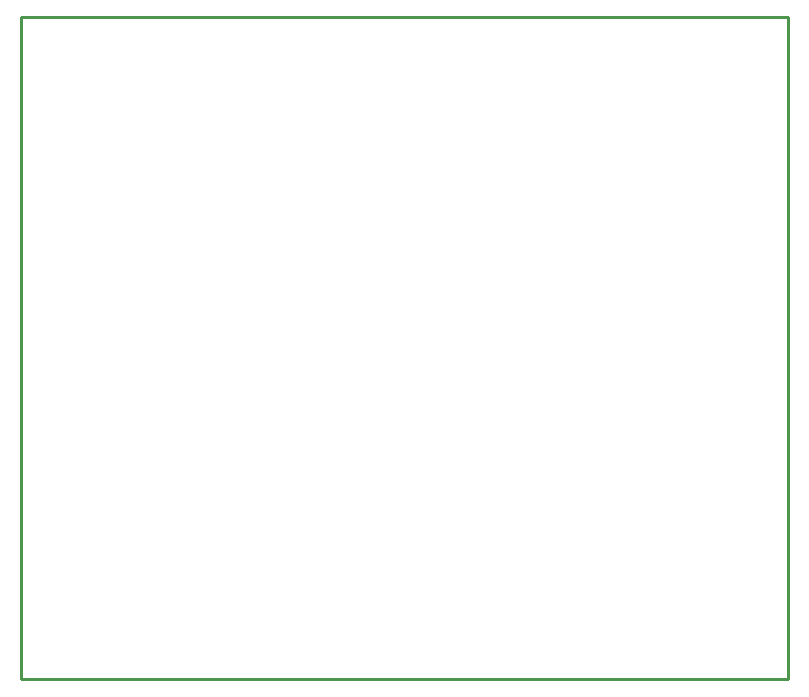
<source format=gko>
G04 Layer: BoardOutline*
G04 EasyEDA v6.4.0, 2020-07-14T23:16:01--5:00*
G04 6dc5d916f8a9456ea10d5ff2c879efc5,9df6f537d2f94b3ba0ed850023b5714d,10*
G04 Gerber Generator version 0.2*
G04 Scale: 100 percent, Rotated: No, Reflected: No *
G04 Dimensions in millimeters *
G04 leading zeros omitted , absolute positions ,3 integer and 3 decimal *
%FSLAX33Y33*%
%MOMM*%
G90*
G71D02*

%ADD10C,0.254000*%
G54D10*
G01X0Y56000D02*
G01X64999Y56000D01*
G01X64999Y0D01*
G01X64999Y0D02*
G01X0Y0D01*
G01X0Y0D02*
G01X0Y56000D01*

%LPD*%
M00*
M02*

</source>
